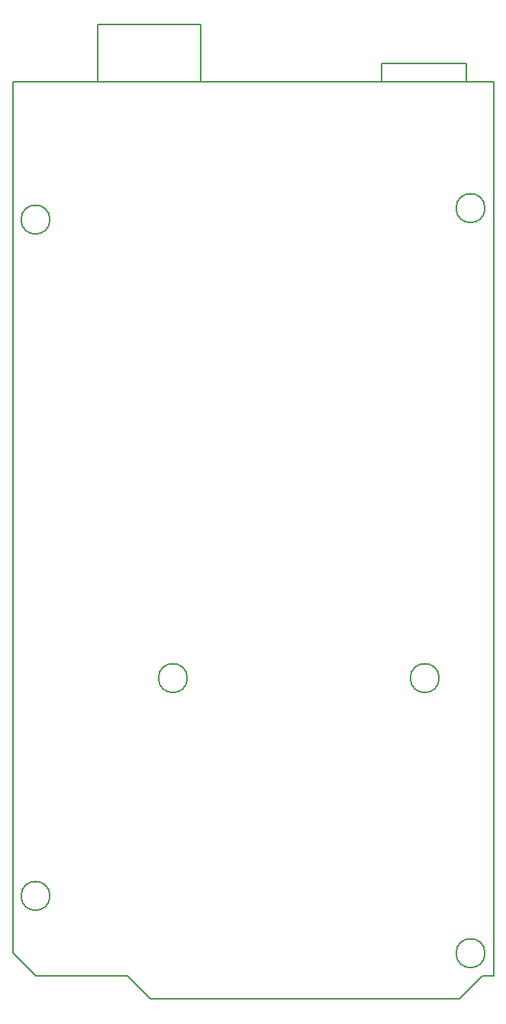
<source format=gbr>
%TF.GenerationSoftware,Altium Limited,Altium Designer,19.1.5 (86)*%
G04 Layer_Color=16711935*
%FSLAX26Y26*%
%MOIN*%
%TF.FileFunction,Other,Mechanical_1*%
%TF.Part,Single*%
G01*
G75*
%TA.AperFunction,NonConductor*%
%ADD51C,0.005000*%
D51*
X2832990Y3650000D02*
G03*
X2832990Y3650000I-62990J0D01*
G01*
X4532990Y1650000D02*
G03*
X4532990Y1650000I-62990J0D01*
G01*
X4732990Y3700000D02*
G03*
X4732990Y3700000I-62990J0D01*
G01*
X3432990Y1650000D02*
G03*
X3432990Y1650000I-62990J0D01*
G01*
X2832990Y700000D02*
G03*
X2832990Y700000I-62990J0D01*
G01*
X4732990Y450000D02*
G03*
X4732990Y450000I-62990J0D01*
G01*
X4280000Y4250000D02*
Y4330000D01*
X4650000D01*
Y4250000D02*
Y4330000D01*
X3490000Y4250000D02*
Y4500000D01*
X3040000D02*
X3490000D01*
X3040000Y4250000D02*
Y4500000D01*
X4770000Y350000D02*
Y4250000D01*
X4720000Y350000D02*
X4770000D01*
X4620000Y250000D02*
X4720000Y350000D01*
X3270000Y250000D02*
X4620000D01*
X3170000Y350000D02*
X3270000Y250000D01*
X2770000Y350000D02*
X3170000D01*
X2670000Y450000D02*
X2770000Y350000D01*
X2670000Y450000D02*
Y4250000D01*
X4770000D01*
%TF.MD5,89d5c504192881dc86148ec0107c52a6*%
M02*

</source>
